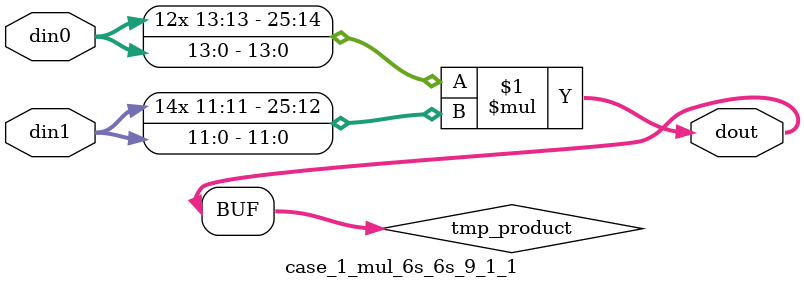
<source format=v>

`timescale 1 ns / 1 ps

 module case_1_mul_6s_6s_9_1_1(din0, din1, dout);
parameter ID = 1;
parameter NUM_STAGE = 0;
parameter din0_WIDTH = 14;
parameter din1_WIDTH = 12;
parameter dout_WIDTH = 26;

input [din0_WIDTH - 1 : 0] din0; 
input [din1_WIDTH - 1 : 0] din1; 
output [dout_WIDTH - 1 : 0] dout;

wire signed [dout_WIDTH - 1 : 0] tmp_product;



























assign tmp_product = $signed(din0) * $signed(din1);








assign dout = tmp_product;





















endmodule

</source>
